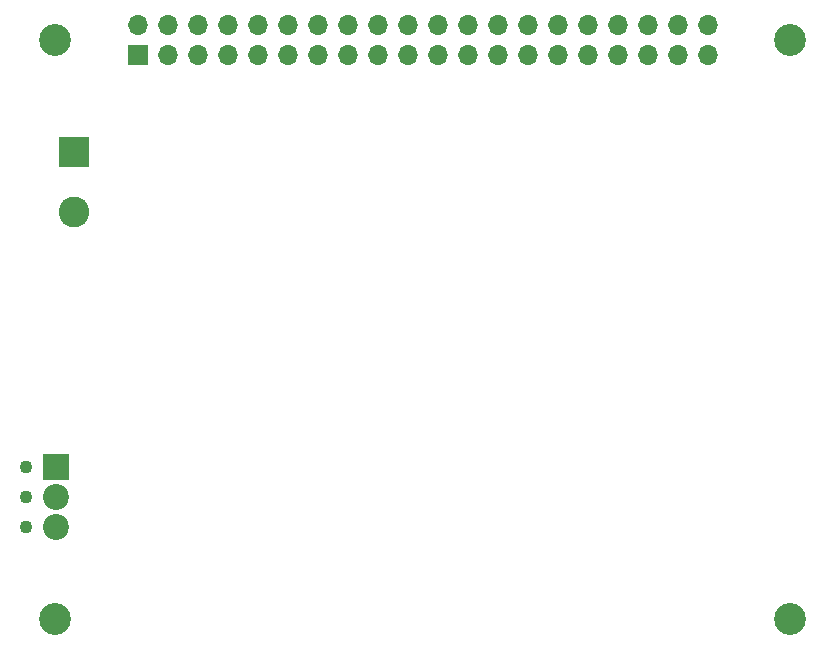
<source format=gbr>
%TF.GenerationSoftware,KiCad,Pcbnew,8.0.0*%
%TF.CreationDate,2024-03-02T01:18:58-06:00*%
%TF.ProjectId,kicad-power-hat,6b696361-642d-4706-9f77-65722d686174,rev?*%
%TF.SameCoordinates,Original*%
%TF.FileFunction,Soldermask,Bot*%
%TF.FilePolarity,Negative*%
%FSLAX46Y46*%
G04 Gerber Fmt 4.6, Leading zero omitted, Abs format (unit mm)*
G04 Created by KiCad (PCBNEW 8.0.0) date 2024-03-02 01:18:58*
%MOMM*%
%LPD*%
G01*
G04 APERTURE LIST*
%ADD10C,2.700000*%
%ADD11C,1.100000*%
%ADD12R,2.200000X2.200000*%
%ADD13C,2.200000*%
%ADD14O,1.700000X1.700000*%
%ADD15R,1.700000X1.700000*%
%ADD16R,2.600000X2.600000*%
%ADD17C,2.600000*%
G04 APERTURE END LIST*
D10*
%TO.C,H4*%
X157480000Y-143615000D03*
%TD*%
%TO.C,H3*%
X95250000Y-143615000D03*
%TD*%
%TO.C,H2*%
X157480000Y-94615000D03*
%TD*%
%TO.C,H1*%
X95250000Y-94615000D03*
%TD*%
D11*
%TO.C,J3*%
X92810000Y-130810000D03*
X92810000Y-133350000D03*
X92810000Y-135890000D03*
D12*
X95350000Y-130810000D03*
D13*
X95350000Y-133350000D03*
X95350000Y-135890000D03*
%TD*%
D14*
%TO.C,J1*%
X150500000Y-93350000D03*
X150500000Y-95890000D03*
X147960000Y-93350000D03*
X147960000Y-95890000D03*
X145420000Y-93350000D03*
X145420000Y-95890000D03*
X142880000Y-93350000D03*
X142880000Y-95890000D03*
X140340000Y-93350000D03*
X140340000Y-95890000D03*
X137800000Y-93350000D03*
X137800000Y-95890000D03*
X135260000Y-93350000D03*
X135260000Y-95890000D03*
X132720000Y-93350000D03*
X132720000Y-95890000D03*
X130180000Y-93350000D03*
X130180000Y-95890000D03*
X127640000Y-93350000D03*
X127640000Y-95890000D03*
X125100000Y-93350000D03*
X125100000Y-95890000D03*
X122560000Y-93350000D03*
X122560000Y-95890000D03*
X120020000Y-93350000D03*
X120020000Y-95890000D03*
X117480000Y-93350000D03*
X117480000Y-95890000D03*
X114940000Y-93350000D03*
X114940000Y-95890000D03*
X112400000Y-93350000D03*
X112400000Y-95890000D03*
X109860000Y-93350000D03*
X109860000Y-95890000D03*
X107320000Y-93350000D03*
X107320000Y-95890000D03*
X104780000Y-93350000D03*
X104780000Y-95890000D03*
X102240000Y-93350000D03*
D15*
X102240000Y-95890000D03*
%TD*%
D16*
%TO.C,J2*%
X96850000Y-104135000D03*
D17*
X96850000Y-109215000D03*
%TD*%
M02*

</source>
